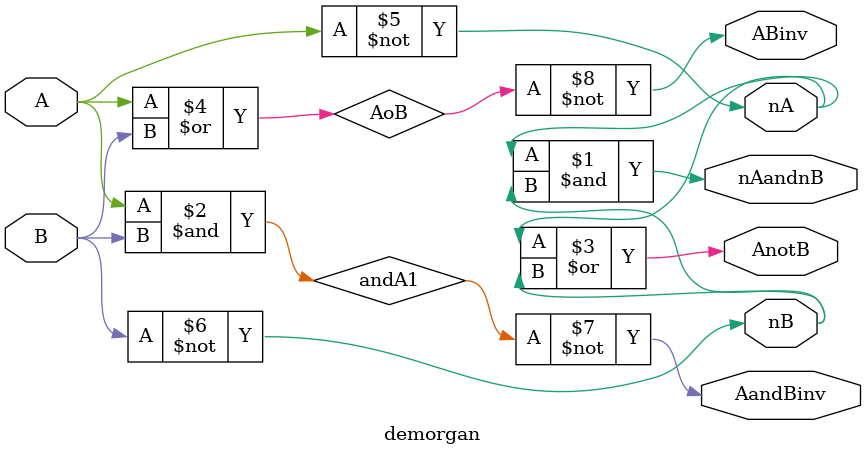
<source format=v>
module demorgan
(
  input  A,          // Single bit inputs
  input  B,
  output nA,         // Output intermediate complemented inputs
  output nB,
  output nAandnB,     // Single bit output, (~A)*(~B)

  output AandBinv,
  output AnotB,
  output ABinv
);

  wire nA;
  wire nB;
  not Ainv(nA, A);  	// Top inverter is named Ainv, takes signal A as input and produces signal nA
  not Binv(nB, B);
  and andgate(nAandnB, nA, nB); 	// AND gate produces nAandnB from nA and nB

  // Not (A and B)
  wire andA1;
  and andgate1(andA1, A, B);
  not AandBinv(AandBinv, andA1);

  // ((notA) or (notB))
  or orgate2(AnotB, nA, nB);

  // not(A or B)
  wire AoB;
  or orgate3(AoB, A, B);
  not ABinv(ABinv, AoB);


endmodule

</source>
